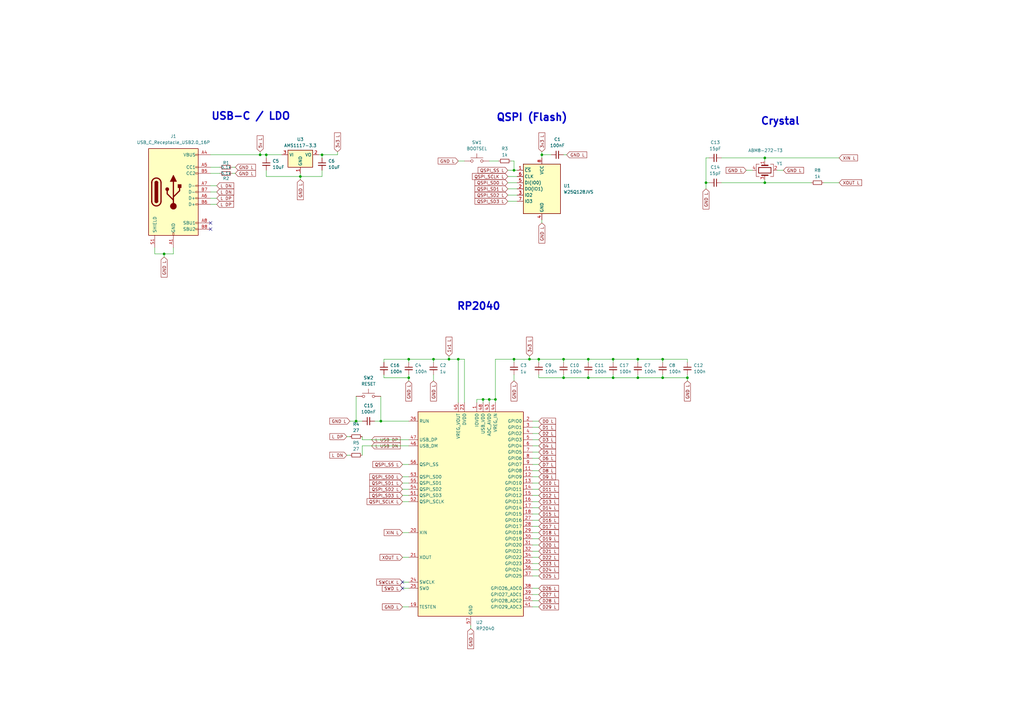
<source format=kicad_sch>
(kicad_sch (version 20250114) (generator "eeschema") (generator_version "9.0")
  (paper "A3")
  (title_block (title "Alpha Centauri") (date "2025-08-17") (rev "v1.0") (company "Jacob Gable"))
  (lib_symbols
    (symbol "Connector:USB_C_Receptacle_USB2.0_16P" (pin_names (offset 1.016))
      (property "Reference" "J" (at 0 22.225 0))
      (property "Value" "USB_C_Receptacle_USB2.0_16P" (at 0 19.685 0))
      (symbol "USB_C_Receptacle_USB2.0_16P_0_0"
        (rectangle (start -0.254 -17.78) (end 0.254 -16.764))
        (rectangle (start 10.16 15.494) (end 9.144 14.986))
        (rectangle (start 10.16 10.414) (end 9.144 9.906))
        (rectangle (start 10.16 7.874) (end 9.144 7.366))
        (rectangle (start 10.16 2.794) (end 9.144 2.286))
        (rectangle (start 10.16 0.254) (end 9.144 -0.254))
        (rectangle (start 10.16 -2.286) (end 9.144 -2.794))
        (rectangle (start 10.16 -4.826) (end 9.144 -5.334))
        (rectangle (start 10.16 -12.446) (end 9.144 -12.954))
        (rectangle (start 10.16 -14.986) (end 9.144 -15.494))
      )
      (symbol "USB_C_Receptacle_USB2.0_16P_0_1"
        (rectangle (start -10.16 17.78) (end 10.16 -17.78) (stroke (width 0.254)) (fill (type background)))
        (polyline (pts (xy -8.89 -3.81) (xy -8.89 3.81)) (stroke (width 0.508)))
        (rectangle (start -7.62 -3.81) (end -6.35 3.81) (stroke (width 0.254)) (fill (type outline)))
        (arc (start -7.62 3.81) (mid -6.985 4.4423) (end -6.35 3.81) (stroke (width 0.254)))
        (arc (start -7.62 3.81) (mid -6.985 4.4423) (end -6.35 3.81) (stroke (width 0.254)) (fill (type outline)))
        (arc (start -8.89 3.81) (mid -6.985 5.7067) (end -5.08 3.81) (stroke (width 0.508)))
        (arc (start -5.08 -3.81) (mid -6.985 -5.7067) (end -8.89 -3.81) (stroke (width 0.508)))
        (arc (start -6.35 -3.81) (mid -6.985 -4.4423) (end -7.62 -3.81) (stroke (width 0.254)))
        (arc (start -6.35 -3.81) (mid -6.985 -4.4423) (end -7.62 -3.81) (stroke (width 0.254)) (fill (type outline)))
        (polyline (pts (xy -5.08 3.81) (xy -5.08 -3.81)) (stroke (width 0.508)))
        (circle (center -2.54 1.143) (radius 0.635) (stroke (width 0.254)) (fill (type outline)))
        (polyline (pts (xy -1.27 4.318) (xy 0 6.858) (xy 1.27 4.318) (xy -1.27 4.318)) (stroke (width 0.254)) (fill (type outline)))
        (polyline (pts (xy 0 -2.032) (xy 2.54 0.508) (xy 2.54 1.778)) (stroke (width 0.508)))
        (polyline (pts (xy 0 -3.302) (xy -2.54 -0.762) (xy -2.54 0.508)) (stroke (width 0.508)))
        (polyline (pts (xy 0 -5.842) (xy 0 4.318)) (stroke (width 0.508)))
        (circle (center 0 -5.842) (radius 1.27) (fill (type outline)))
        (rectangle (start 1.905 1.778) (end 3.175 3.048) (stroke (width 0.254)) (fill (type outline)))
      )
      (symbol "USB_C_Receptacle_USB2.0_16P_1_1"
        (pin passive line (at -7.62 -22.86 90) (length 5.08) (name "SHIELD") (number "S1"))
        (pin passive line (at 0 -22.86 90) (length 5.08) (name "GND") (number "A1"))
        (pin passive line (at 0 -22.86 90) (length 5.08) (hide yes) (name "GND") (number "A12"))
        (pin passive line (at 0 -22.86 90) (length 5.08) (hide yes) (name "GND") (number "B1"))
        (pin passive line (at 0 -22.86 90) (length 5.08) (hide yes) (name "GND") (number "B12"))
        (pin passive line (at 15.24 15.24 180) (length 5.08) (name "VBUS") (number "A4"))
        (pin passive line (at 15.24 15.24 180) (length 5.08) (hide yes) (name "VBUS") (number "A9"))
        (pin passive line (at 15.24 15.24 180) (length 5.08) (hide yes) (name "VBUS") (number "B4"))
        (pin passive line (at 15.24 15.24 180) (length 5.08) (hide yes) (name "VBUS") (number "B9"))
        (pin bidirectional line (at 15.24 10.16 180) (length 5.08) (name "CC1") (number "A5"))
        (pin bidirectional line (at 15.24 7.62 180) (length 5.08) (name "CC2") (number "B5"))
        (pin bidirectional line (at 15.24 2.54 180) (length 5.08) (name "D-") (number "A7"))
        (pin bidirectional line (at 15.24 0 180) (length 5.08) (name "D-") (number "B7"))
        (pin bidirectional line (at 15.24 -2.54 180) (length 5.08) (name "D+") (number "A6"))
        (pin bidirectional line (at 15.24 -5.08 180) (length 5.08) (name "D+") (number "B6"))
        (pin bidirectional line (at 15.24 -12.7 180) (length 5.08) (name "SBU1") (number "A8"))
        (pin bidirectional line (at 15.24 -15.24 180) (length 5.08) (name "SBU2") (number "B8"))
      )
    )
    (symbol "Device:C_Small" (pin_numbers (hide yes)) (pin_names (offset 0.254) (hide yes))
      (property "Reference" "C" (at 0.254 1.778 0))
      (property "Value" "C_Small" (at 0.254 -2.032 0))
      (symbol "C_Small_0_1"
        (polyline (pts (xy -1.524 0.508) (xy 1.524 0.508)) (stroke (width 0.3048)))
        (polyline (pts (xy -1.524 -0.508) (xy 1.524 -0.508)) (stroke (width 0.3302)))
      )
      (symbol "C_Small_1_1"
        (pin passive line (at 0 2.54 270) (length 2.032) (name "~") (number "1"))
        (pin passive line (at 0 -2.54 90) (length 2.032) (name "~") (number "2"))
      )
    )
    (symbol "Device:Crystal_GND24" (pin_names (offset 1.016) (hide yes))
      (property "Reference" "Y" (at 3.175 5.08 0))
      (property "Value" "Crystal_GND24" (at 3.175 3.175 0))
      (symbol "Crystal_GND24_0_1"
        (polyline (pts (xy -2.54 2.286) (xy -2.54 3.556) (xy 2.54 3.556) (xy 2.54 2.286)))
        (polyline (pts (xy -2.54 0) (xy -2.032 0)))
        (polyline (pts (xy -2.54 -2.286) (xy -2.54 -3.556) (xy 2.54 -3.556) (xy 2.54 -2.286)))
        (polyline (pts (xy -2.032 -1.27) (xy -2.032 1.27)) (stroke (width 0.508)))
        (rectangle (start -1.143 2.54) (end 1.143 -2.54) (stroke (width 0.3048)))
        (polyline (pts (xy 0 3.556) (xy 0 3.81)))
        (polyline (pts (xy 0 -3.81) (xy 0 -3.556)))
        (polyline (pts (xy 2.032 0) (xy 2.54 0)))
        (polyline (pts (xy 2.032 -1.27) (xy 2.032 1.27)) (stroke (width 0.508)))
      )
      (symbol "Crystal_GND24_1_1"
        (pin passive line (at -3.81 0 0) (length 1.27) (name "1") (number "1"))
        (pin passive line (at 0 5.08 270) (length 1.27) (name "2") (number "2"))
        (pin passive line (at 0 -5.08 90) (length 1.27) (name "4") (number "4"))
        (pin passive line (at 3.81 0 180) (length 1.27) (name "3") (number "3"))
      )
    )
    (symbol "Device:R_Small" (pin_numbers (hide yes)) (pin_names (offset 0.254) (hide yes))
      (property "Reference" "R" (at 0.762 0.508 0))
      (property "Value" "R_Small" (at 0.762 -1.016 0))
      (symbol "R_Small_0_1"
        (rectangle (start -0.762 1.778) (end 0.762 -1.778) (stroke (width 0.2032)))
      )
      (symbol "R_Small_1_1"
        (pin passive line (at 0 2.54 270) (length 0.762) (name "~") (number "1"))
        (pin passive line (at 0 -2.54 90) (length 0.762) (name "~") (number "2"))
      )
    )
    (symbol "MCU_RaspberryPi:RP2040"
      (property "Reference" "U" (at 17.78 45.72 0))
      (property "Value" "RP2040" (at 17.78 43.18 0))
      (symbol "RP2040_0_1"
        (rectangle (start -21.59 41.91) (end 21.59 -41.91) (stroke (width 0.254)) (fill (type background)))
      )
      (symbol "RP2040_1_1"
        (pin input line (at -25.4 38.1 0) (length 3.81) (name "RUN") (number "26"))
        (pin bidirectional line (at -25.4 30.48 0) (length 3.81) (name "USB_DP") (number "47"))
        (pin bidirectional line (at -25.4 27.94 0) (length 3.81) (name "USB_DM") (number "46"))
        (pin bidirectional line (at -25.4 20.32 0) (length 3.81) (name "QSPI_SS") (number "56"))
        (pin bidirectional line (at -25.4 15.24 0) (length 3.81) (name "QSPI_SD0") (number "53"))
        (pin bidirectional line (at -25.4 12.7 0) (length 3.81) (name "QSPI_SD1") (number "55"))
        (pin bidirectional line (at -25.4 10.16 0) (length 3.81) (name "QSPI_SD2") (number "54"))
        (pin bidirectional line (at -25.4 7.62 0) (length 3.81) (name "QSPI_SD3") (number "51"))
        (pin output line (at -25.4 5.08 0) (length 3.81) (name "QSPI_SCLK") (number "52"))
        (pin input line (at -25.4 -7.62 0) (length 3.81) (name "XIN") (number "20"))
        (pin passive line (at -25.4 -17.78 0) (length 3.81) (name "XOUT") (number "21"))
        (pin input line (at -25.4 -27.94 0) (length 3.81) (name "SWCLK") (number "24"))
        (pin bidirectional line (at -25.4 -30.48 0) (length 3.81) (name "SWD") (number "25"))
        (pin input line (at -25.4 -38.1 0) (length 3.81) (name "TESTEN") (number "19"))
        (pin power_out line (at -5.08 45.72 270) (length 3.81) (name "VREG_VOUT") (number "45"))
        (pin power_in line (at -2.54 45.72 270) (length 3.81) (name "DVDD") (number "23"))
        (pin passive line (at -2.54 45.72 270) (length 3.81) (hide yes) (name "DVDD") (number "50"))
        (pin power_in line (at 0 -45.72 90) (length 3.81) (name "GND") (number "57"))
        (pin power_in line (at 2.54 45.72 270) (length 3.81) (name "IOVDD") (number "1"))
        (pin passive line (at 2.54 45.72 270) (length 3.81) (hide yes) (name "IOVDD") (number "10"))
        (pin passive line (at 2.54 45.72 270) (length 3.81) (hide yes) (name "IOVDD") (number "22"))
        (pin passive line (at 2.54 45.72 270) (length 3.81) (hide yes) (name "IOVDD") (number "33"))
        (pin passive line (at 2.54 45.72 270) (length 3.81) (hide yes) (name "IOVDD") (number "42"))
        (pin passive line (at 2.54 45.72 270) (length 3.81) (hide yes) (name "IOVDD") (number "49"))
        (pin power_in line (at 5.08 45.72 270) (length 3.81) (name "USB_VDD") (number "48"))
        (pin power_in line (at 7.62 45.72 270) (length 3.81) (name "ADC_AVDD") (number "43"))
        (pin power_in line (at 10.16 45.72 270) (length 3.81) (name "VREG_IN") (number "44"))
        (pin bidirectional line (at 25.4 38.1 180) (length 3.81) (name "GPIO0") (number "2"))
        (pin bidirectional line (at 25.4 35.56 180) (length 3.81) (name "GPIO1") (number "3"))
        (pin bidirectional line (at 25.4 33.02 180) (length 3.81) (name "GPIO2") (number "4"))
        (pin bidirectional line (at 25.4 30.48 180) (length 3.81) (name "GPIO3") (number "5"))
        (pin bidirectional line (at 25.4 27.94 180) (length 3.81) (name "GPIO4") (number "6"))
        (pin bidirectional line (at 25.4 25.4 180) (length 3.81) (name "GPIO5") (number "7"))
        (pin bidirectional line (at 25.4 22.86 180) (length 3.81) (name "GPIO6") (number "8"))
        (pin bidirectional line (at 25.4 20.32 180) (length 3.81) (name "GPIO7") (number "9"))
        (pin bidirectional line (at 25.4 17.78 180) (length 3.81) (name "GPIO8") (number "11"))
        (pin bidirectional line (at 25.4 15.24 180) (length 3.81) (name "GPIO9") (number "12"))
        (pin bidirectional line (at 25.4 12.7 180) (length 3.81) (name "GPIO10") (number "13"))
        (pin bidirectional line (at 25.4 10.16 180) (length 3.81) (name "GPIO11") (number "14"))
        (pin bidirectional line (at 25.4 7.62 180) (length 3.81) (name "GPIO12") (number "15"))
        (pin bidirectional line (at 25.4 5.08 180) (length 3.81) (name "GPIO13") (number "16"))
        (pin bidirectional line (at 25.4 2.54 180) (length 3.81) (name "GPIO14") (number "17"))
        (pin bidirectional line (at 25.4 0 180) (length 3.81) (name "GPIO15") (number "18"))
        (pin bidirectional line (at 25.4 -2.54 180) (length 3.81) (name "GPIO16") (number "27"))
        (pin bidirectional line (at 25.4 -5.08 180) (length 3.81) (name "GPIO17") (number "28"))
        (pin bidirectional line (at 25.4 -7.62 180) (length 3.81) (name "GPIO18") (number "29"))
        (pin bidirectional line (at 25.4 -10.16 180) (length 3.81) (name "GPIO19") (number "30"))
        (pin bidirectional line (at 25.4 -12.7 180) (length 3.81) (name "GPIO20") (number "31"))
        (pin bidirectional line (at 25.4 -15.24 180) (length 3.81) (name "GPIO21") (number "32"))
        (pin bidirectional line (at 25.4 -17.78 180) (length 3.81) (name "GPIO22") (number "34"))
        (pin bidirectional line (at 25.4 -20.32 180) (length 3.81) (name "GPIO23") (number "35"))
        (pin bidirectional line (at 25.4 -22.86 180) (length 3.81) (name "GPIO24") (number "36"))
        (pin bidirectional line (at 25.4 -25.4 180) (length 3.81) (name "GPIO25") (number "37"))
        (pin bidirectional line (at 25.4 -30.48 180) (length 3.81) (name "GPIO26_ADC0") (number "38"))
        (pin bidirectional line (at 25.4 -33.02 180) (length 3.81) (name "GPIO27_ADC1") (number "39"))
        (pin bidirectional line (at 25.4 -35.56 180) (length 3.81) (name "GPIO28_ADC2") (number "40"))
        (pin bidirectional line (at 25.4 -38.1 180) (length 3.81) (name "GPIO29_ADC3") (number "41"))
      )
    )
    (symbol "Memory_Flash:W25Q128JVS"
      (property "Reference" "U" (at -8.89 8.89 0))
      (property "Value" "W25Q128JVS" (at 7.62 8.89 0))
      (symbol "W25Q128JVS_0_1"
        (rectangle (start -7.62 10.16) (end 7.62 -10.16) (stroke (width 0.254)) (fill (type background)))
      )
      (symbol "W25Q128JVS_1_1"
        (pin input line (at -10.16 7.62 0) (length 2.54) (name "~{CS}") (number "1"))
        (pin input line (at -10.16 5.08 0) (length 2.54) (name "CLK") (number "6"))
        (pin bidirectional line (at -10.16 2.54 0) (length 2.54) (name "DI(IO0)") (number "5"))
        (pin bidirectional line (at -10.16 0 0) (length 2.54) (name "DO(IO1)") (number "2"))
        (pin bidirectional line (at -10.16 -2.54 0) (length 2.54) (name "IO2") (number "3"))
        (pin bidirectional line (at -10.16 -5.08 0) (length 2.54) (name "IO3") (number "7"))
        (pin power_in line (at 0 12.7 270) (length 2.54) (name "VCC") (number "8"))
        (pin power_in line (at 0 -12.7 90) (length 2.54) (name "GND") (number "4"))
      )
    )
    (symbol "Regulator_Linear:AMS1117-3.3"
      (property "Reference" "U" (at -3.81 3.175 0))
      (property "Value" "AMS1117-3.3" (at 0 3.175 0))
      (symbol "AMS1117-3.3_0_1"
        (rectangle (start -5.08 -5.08) (end 5.08 1.905) (stroke (width 0.254)) (fill (type background)))
      )
      (symbol "AMS1117-3.3_1_1"
        (pin power_in line (at -7.62 0 0) (length 2.54) (name "VI") (number "3"))
        (pin power_in line (at 0 -7.62 90) (length 2.54) (name "GND") (number "1"))
        (pin power_out line (at 7.62 0 180) (length 2.54) (name "VO") (number "2"))
      )
    )
    (symbol "ScottoKeebs:Placeholder_Switch" (pin_numbers (hide yes)) (pin_names (offset 1.016) (hide yes))
      (property "Reference" "SW" (at 1.27 2.54 0))
      (property "Value" "Switch" (at 0 -1.524 0))
      (symbol "Placeholder_Switch_0_1"
        (circle (center -2.032 0) (radius 0.508))
        (polyline (pts (xy 0 1.27) (xy 0 3.048)))
        (circle (center 2.032 0) (radius 0.508))
        (polyline (pts (xy 2.54 1.27) (xy -2.54 1.27)))
        (pin passive line (at -5.08 0 0) (length 2.54) (name "1") (number "1"))
        (pin passive line (at 5.08 0 180) (length 2.54) (name "2") (number "2"))
      )
    )
  )
  (text "RP2040" (at 196.342 125.73 0) (effects (font (size 3 3) (thickness 0.6) (bold yes))))
  (text "QSPI (Flash)" (at 218.186 48.26 0) (effects (font (size 3 3) (thickness 0.6) (bold yes))))
  (text "USB-C / LDO" (at 102.87 47.752 0) (effects (font (size 3 3) (thickness 0.6) (bold yes))))
  (text "Crystal" (at 320.04 49.784 0) (effects (font (size 3 3) (thickness 0.6) (bold yes))))
  (junction (at 156.21 172.72))
  (junction (at 271.78 147.32))
  (junction (at 231.14 154.94))
  (junction (at 67.31 104.14))
  (junction (at 251.46 154.94))
  (junction (at 281.94 154.94))
  (junction (at 132.08 63.5))
  (junction (at 313.69 74.93))
  (junction (at 210.82 69.85))
  (junction (at 231.14 147.32))
  (junction (at 123.19 72.39))
  (junction (at 198.12 163.83))
  (junction (at 106.68 63.5))
  (junction (at 217.17 147.32))
  (junction (at 251.46 147.32))
  (junction (at 203.2 163.83))
  (junction (at 167.64 147.32))
  (junction (at 146.05 172.72))
  (junction (at 289.56 74.93))
  (junction (at 187.96 147.32))
  (junction (at 313.69 64.77))
  (junction (at 241.3 154.94))
  (junction (at 210.82 147.32))
  (junction (at 271.78 154.94))
  (junction (at 220.98 147.32))
  (junction (at 184.15 147.32))
  (junction (at 261.62 147.32))
  (junction (at 222.25 63.5))
  (junction (at 167.64 154.94))
  (junction (at 109.22 63.5))
  (junction (at 261.62 154.94))
  (junction (at 200.66 163.83))
  (junction (at 241.3 147.32))
  (junction (at 177.8 147.32))
  (no_connect (at 86.36 93.98))
  (no_connect (at 86.36 91.44))
  (no_connect (at 165.1 241.3))
  (no_connect (at 165.1 238.76))
  (wire (pts (xy 220.98 147.32) (xy 217.17 147.32)))
  (wire (pts (xy 86.36 63.5) (xy 106.68 63.5)))
  (wire (pts (xy 109.22 63.5) (xy 115.57 63.5)))
  (wire (pts (xy 220.98 243.84) (xy 218.44 243.84)))
  (wire (pts (xy 156.21 162.56) (xy 156.21 172.72)))
  (wire (pts (xy 220.98 180.34) (xy 218.44 180.34)))
  (wire (pts (xy 313.69 74.93) (xy 332.74 74.93)))
  (wire (pts (xy 187.96 147.32) (xy 190.5 147.32)))
  (wire (pts (xy 220.98 153.67) (xy 220.98 154.94)))
  (wire (pts (xy 217.17 146.05) (xy 217.17 147.32)))
  (wire (pts (xy 165.1 238.76) (xy 167.64 238.76)))
  (wire (pts (xy 220.98 177.8) (xy 218.44 177.8)))
  (wire (pts (xy 220.98 195.58) (xy 218.44 195.58)))
  (wire (pts (xy 195.58 163.83) (xy 195.58 165.1)))
  (wire (pts (xy 281.94 148.59) (xy 281.94 147.32)))
  (wire (pts (xy 313.69 64.77) (xy 344.17 64.77)))
  (wire (pts (xy 198.12 163.83) (xy 195.58 163.83)))
  (wire (pts (xy 208.28 74.93) (xy 212.09 74.93)))
  (wire (pts (xy 130.81 63.5) (xy 132.08 63.5)))
  (wire (pts (xy 88.9 81.28) (xy 86.36 81.28)))
  (wire (pts (xy 109.22 72.39) (xy 123.19 72.39)))
  (wire (pts (xy 210.82 147.32) (xy 203.2 147.32)))
  (wire (pts (xy 165.1 195.58) (xy 167.64 195.58)))
  (wire (pts (xy 220.98 172.72) (xy 218.44 172.72)))
  (wire (pts (xy 231.14 153.67) (xy 231.14 154.94)))
  (wire (pts (xy 143.51 186.69) (xy 142.24 186.69)))
  (wire (pts (xy 313.69 64.77) (xy 313.69 66.04)))
  (wire (pts (xy 156.21 172.72) (xy 167.64 172.72)))
  (wire (pts (xy 231.14 147.32) (xy 231.14 148.59)))
  (wire (pts (xy 88.9 76.2) (xy 86.36 76.2)))
  (wire (pts (xy 210.82 153.67) (xy 210.82 156.21)))
  (wire (pts (xy 71.12 101.6) (xy 71.12 104.14)))
  (wire (pts (xy 165.1 228.6) (xy 167.64 228.6)))
  (wire (pts (xy 220.98 218.44) (xy 218.44 218.44)))
  (wire (pts (xy 220.98 193.04) (xy 218.44 193.04)))
  (wire (pts (xy 220.98 220.98) (xy 218.44 220.98)))
  (wire (pts (xy 123.19 73.66) (xy 123.19 72.39)))
  (wire (pts (xy 157.48 154.94) (xy 167.64 154.94)))
  (wire (pts (xy 261.62 147.32) (xy 261.62 148.59)))
  (wire (pts (xy 200.66 163.83) (xy 198.12 163.83)))
  (wire (pts (xy 271.78 147.32) (xy 271.78 148.59)))
  (wire (pts (xy 95.25 68.58) (xy 96.52 68.58)))
  (wire (pts (xy 295.91 64.77) (xy 313.69 64.77)))
  (wire (pts (xy 220.98 147.32) (xy 220.98 148.59)))
  (wire (pts (xy 220.98 198.12) (xy 218.44 198.12)))
  (wire (pts (xy 251.46 154.94) (xy 241.3 154.94)))
  (wire (pts (xy 251.46 147.32) (xy 241.3 147.32)))
  (wire (pts (xy 241.3 147.32) (xy 231.14 147.32)))
  (wire (pts (xy 71.12 104.14) (xy 67.31 104.14)))
  (wire (pts (xy 220.98 200.66) (xy 218.44 200.66)))
  (wire (pts (xy 203.2 147.32) (xy 203.2 163.83)))
  (wire (pts (xy 241.3 153.67) (xy 241.3 154.94)))
  (wire (pts (xy 241.3 154.94) (xy 231.14 154.94)))
  (wire (pts (xy 271.78 153.67) (xy 271.78 154.94)))
  (wire (pts (xy 165.1 200.66) (xy 167.64 200.66)))
  (wire (pts (xy 187.96 147.32) (xy 187.96 165.1)))
  (wire (pts (xy 142.24 179.07) (xy 143.51 179.07)))
  (wire (pts (xy 109.22 69.85) (xy 109.22 72.39)))
  (wire (pts (xy 295.91 74.93) (xy 313.69 74.93)))
  (wire (pts (xy 281.94 153.67) (xy 281.94 154.94)))
  (wire (pts (xy 208.28 72.39) (xy 212.09 72.39)))
  (wire (pts (xy 167.64 154.94) (xy 167.64 156.21)))
  (wire (pts (xy 222.25 62.23) (xy 222.25 63.5)))
  (wire (pts (xy 289.56 74.93) (xy 289.56 77.47)))
  (wire (pts (xy 123.19 71.12) (xy 123.19 72.39)))
  (wire (pts (xy 220.98 226.06) (xy 218.44 226.06)))
  (wire (pts (xy 132.08 69.85) (xy 132.08 72.39)))
  (wire (pts (xy 220.98 241.3) (xy 218.44 241.3)))
  (wire (pts (xy 106.68 63.5) (xy 109.22 63.5)))
  (wire (pts (xy 95.25 71.12) (xy 96.52 71.12)))
  (wire (pts (xy 167.64 147.32) (xy 167.64 148.59)))
  (wire (pts (xy 165.1 198.12) (xy 167.64 198.12)))
  (wire (pts (xy 132.08 63.5) (xy 132.08 64.77)))
  (wire (pts (xy 148.59 180.34) (xy 148.59 179.07)))
  (wire (pts (xy 251.46 153.67) (xy 251.46 154.94)))
  (wire (pts (xy 208.28 69.85) (xy 210.82 69.85)))
  (wire (pts (xy 67.31 104.14) (xy 63.5 104.14)))
  (wire (pts (xy 220.98 208.28) (xy 218.44 208.28)))
  (wire (pts (xy 109.22 64.77) (xy 109.22 63.5)))
  (wire (pts (xy 261.62 153.67) (xy 261.62 154.94)))
  (wire (pts (xy 148.59 182.88) (xy 167.64 182.88)))
  (wire (pts (xy 146.05 172.72) (xy 148.59 172.72)))
  (wire (pts (xy 177.8 147.32) (xy 184.15 147.32)))
  (wire (pts (xy 313.69 73.66) (xy 313.69 74.93)))
  (wire (pts (xy 88.9 78.74) (xy 86.36 78.74)))
  (wire (pts (xy 271.78 154.94) (xy 261.62 154.94)))
  (wire (pts (xy 132.08 63.5) (xy 138.43 63.5)))
  (wire (pts (xy 86.36 68.58) (xy 90.17 68.58)))
  (wire (pts (xy 220.98 233.68) (xy 218.44 233.68)))
  (wire (pts (xy 153.67 172.72) (xy 156.21 172.72)))
  (wire (pts (xy 306.07 69.85) (xy 308.61 69.85)))
  (wire (pts (xy 177.8 147.32) (xy 177.8 148.59)))
  (wire (pts (xy 241.3 147.32) (xy 241.3 148.59)))
  (wire (pts (xy 220.98 248.92) (xy 218.44 248.92)))
  (wire (pts (xy 63.5 101.6) (xy 63.5 104.14)))
  (wire (pts (xy 289.56 74.93) (xy 290.83 74.93)))
  (wire (pts (xy 190.5 147.32) (xy 190.5 165.1)))
  (wire (pts (xy 220.98 187.96) (xy 218.44 187.96)))
  (wire (pts (xy 165.1 203.2) (xy 167.64 203.2)))
  (wire (pts (xy 231.14 154.94) (xy 220.98 154.94)))
  (wire (pts (xy 220.98 203.2) (xy 218.44 203.2)))
  (wire (pts (xy 88.9 83.82) (xy 86.36 83.82)))
  (wire (pts (xy 281.94 147.32) (xy 271.78 147.32)))
  (wire (pts (xy 184.15 146.05) (xy 184.15 147.32)))
  (wire (pts (xy 261.62 154.94) (xy 251.46 154.94)))
  (wire (pts (xy 187.96 66.04) (xy 190.5 66.04)))
  (wire (pts (xy 67.31 105.41) (xy 67.31 104.14)))
  (wire (pts (xy 217.17 147.32) (xy 210.82 147.32)))
  (wire (pts (xy 165.1 248.92) (xy 167.64 248.92)))
  (wire (pts (xy 222.25 91.44) (xy 222.25 90.17)))
  (wire (pts (xy 289.56 64.77) (xy 289.56 74.93)))
  (wire (pts (xy 290.83 64.77) (xy 289.56 64.77)))
  (wire (pts (xy 222.25 63.5) (xy 226.06 63.5)))
  (wire (pts (xy 220.98 231.14) (xy 218.44 231.14)))
  (wire (pts (xy 220.98 228.6) (xy 218.44 228.6)))
  (wire (pts (xy 210.82 69.85) (xy 212.09 69.85)))
  (wire (pts (xy 220.98 236.22) (xy 218.44 236.22)))
  (wire (pts (xy 167.64 154.94) (xy 167.64 153.67)))
  (wire (pts (xy 210.82 147.32) (xy 210.82 148.59)))
  (wire (pts (xy 148.59 180.34) (xy 167.64 180.34)))
  (wire (pts (xy 165.1 218.44) (xy 167.64 218.44)))
  (wire (pts (xy 220.98 213.36) (xy 218.44 213.36)))
  (wire (pts (xy 208.28 77.47) (xy 212.09 77.47)))
  (wire (pts (xy 251.46 147.32) (xy 251.46 148.59)))
  (wire (pts (xy 318.77 69.85) (xy 321.31 69.85)))
  (wire (pts (xy 200.66 163.83) (xy 200.66 165.1)))
  (wire (pts (xy 209.55 66.04) (xy 210.82 66.04)))
  (wire (pts (xy 184.15 147.32) (xy 187.96 147.32)))
  (wire (pts (xy 138.43 62.23) (xy 138.43 63.5)))
  (wire (pts (xy 220.98 175.26) (xy 218.44 175.26)))
  (wire (pts (xy 198.12 163.83) (xy 198.12 165.1)))
  (wire (pts (xy 177.8 153.67) (xy 177.8 156.21)))
  (wire (pts (xy 281.94 154.94) (xy 271.78 154.94)))
  (wire (pts (xy 220.98 190.5) (xy 218.44 190.5)))
  (wire (pts (xy 165.1 241.3) (xy 167.64 241.3)))
  (wire (pts (xy 203.2 163.83) (xy 203.2 165.1)))
  (wire (pts (xy 281.94 154.94) (xy 281.94 156.21)))
  (wire (pts (xy 208.28 82.55) (xy 212.09 82.55)))
  (wire (pts (xy 222.25 63.5) (xy 222.25 64.77)))
  (wire (pts (xy 220.98 246.38) (xy 218.44 246.38)))
  (wire (pts (xy 203.2 163.83) (xy 200.66 163.83)))
  (wire (pts (xy 157.48 148.59) (xy 157.48 147.32)))
  (wire (pts (xy 220.98 182.88) (xy 218.44 182.88)))
  (wire (pts (xy 123.19 72.39) (xy 132.08 72.39)))
  (wire (pts (xy 210.82 66.04) (xy 210.82 69.85)))
  (wire (pts (xy 143.51 172.72) (xy 146.05 172.72)))
  (wire (pts (xy 261.62 147.32) (xy 251.46 147.32)))
  (wire (pts (xy 157.48 147.32) (xy 167.64 147.32)))
  (wire (pts (xy 220.98 210.82) (xy 218.44 210.82)))
  (wire (pts (xy 148.59 182.88) (xy 148.59 186.69)))
  (wire (pts (xy 165.1 190.5) (xy 167.64 190.5)))
  (wire (pts (xy 220.98 185.42) (xy 218.44 185.42)))
  (wire (pts (xy 146.05 162.56) (xy 146.05 172.72)))
  (wire (pts (xy 337.82 74.93) (xy 344.17 74.93)))
  (wire (pts (xy 231.14 63.5) (xy 232.41 63.5)))
  (wire (pts (xy 208.28 80.01) (xy 212.09 80.01)))
  (wire (pts (xy 86.36 71.12) (xy 90.17 71.12)))
  (wire (pts (xy 165.1 205.74) (xy 167.64 205.74)))
  (wire (pts (xy 271.78 147.32) (xy 261.62 147.32)))
  (wire (pts (xy 193.04 256.54) (xy 193.04 257.81)))
  (wire (pts (xy 200.66 66.04) (xy 204.47 66.04)))
  (wire (pts (xy 220.98 215.9) (xy 218.44 215.9)))
  (wire (pts (xy 167.64 147.32) (xy 177.8 147.32)))
  (wire (pts (xy 106.68 62.23) (xy 106.68 63.5)))
  (wire (pts (xy 157.48 153.67) (xy 157.48 154.94)))
  (wire (pts (xy 231.14 147.32) (xy 220.98 147.32)))
  (wire (pts (xy 220.98 205.74) (xy 218.44 205.74)))
  (wire (pts (xy 220.98 223.52) (xy 218.44 223.52)))
  (global_label "D5 L" (shape input) (at 220.98 185.42 0) (effects (font (thickness 0.1588))) (property "Intersheetrefs" "${INTERSHEET_REFS}" (effects (hide yes))))
  (global_label "D0 L" (shape input) (at 220.98 172.72 0) (effects (font (thickness 0.1588))) (property "Intersheetrefs" "${INTERSHEET_REFS}" (effects (hide yes))))
  (global_label "D6 L" (shape input) (at 220.98 187.96 0) (effects (font (thickness 0.1588))) (property "Intersheetrefs" "${INTERSHEET_REFS}" (effects (hide yes))))
  (global_label "GND L" (shape input) (at 96.52 68.58 0) (property "Intersheetrefs" "${INTERSHEET_REFS}" (effects (hide yes))))
  (global_label "XIN L" (shape input) (at 165.1 218.44 180) (effects (font (thickness 0.1588))) (property "Intersheetrefs" "${INTERSHEET_REFS}" (effects (hide yes))))
  (global_label "D25 L" (shape input) (at 220.98 236.22 0) (effects (font (thickness 0.1588))) (property "Intersheetrefs" "${INTERSHEET_REFS}" (effects (hide yes))))
  (global_label "D12 L" (shape input) (at 220.98 203.2 0) (effects (font (thickness 0.1588))) (property "Intersheetrefs" "${INTERSHEET_REFS}" (effects (hide yes))))
  (global_label "GND L" (shape input) (at 123.19 73.66 270) (property "Intersheetrefs" "${INTERSHEET_REFS}" (effects (hide yes))))
  (global_label "L DP" (shape input) (at 88.9 83.82 0) (property "Intersheetrefs" "${INTERSHEET_REFS}" (effects (hide yes))))
  (global_label "QSPI_SD2 L" (shape input) (at 208.28 80.01 180) (property "Intersheetrefs" "${INTERSHEET_REFS}" (effects (hide yes))))
  (global_label "D23 L" (shape input) (at 220.98 231.14 0) (effects (font (thickness 0.1588))) (property "Intersheetrefs" "${INTERSHEET_REFS}" (effects (hide yes))))
  (global_label "GND L" (shape input) (at 222.25 91.44 270) (property "Intersheetrefs" "${INTERSHEET_REFS}" (effects (hide yes))))
  (global_label "D7 L" (shape input) (at 220.98 190.5 0) (effects (font (thickness 0.1588))) (property "Intersheetrefs" "${INTERSHEET_REFS}" (effects (hide yes))))
  (global_label "D26 L" (shape input) (at 220.98 241.3 0) (effects (font (thickness 0.1588))) (property "Intersheetrefs" "${INTERSHEET_REFS}" (effects (hide yes))))
  (global_label "GND L" (shape input) (at 177.8 156.21 270) (effects (font (thickness 0.1588))) (property "Intersheetrefs" "${INTERSHEET_REFS}" (effects (hide yes))))
  (global_label "QSPI_SCLK L" (shape input) (at 208.28 72.39 180) (property "Intersheetrefs" "${INTERSHEET_REFS}" (effects (hide yes))))
  (global_label "QSPI_SD1 L" (shape input) (at 208.28 77.47 180) (property "Intersheetrefs" "${INTERSHEET_REFS}" (effects (hide yes))))
  (global_label "GND L" (shape input) (at 289.56 77.47 270) (effects (font (thickness 0.1588))) (property "Intersheetrefs" "${INTERSHEET_REFS}" (effects (hide yes))))
  (global_label "GND L" (shape input) (at 281.94 156.21 270) (effects (font (thickness 0.1588))) (property "Intersheetrefs" "${INTERSHEET_REFS}" (effects (hide yes))))
  (global_label "SWCLK L" (shape input) (at 165.1 238.76 180) (effects (font (thickness 0.1588))) (property "Intersheetrefs" "${INTERSHEET_REFS}" (effects (hide yes))))
  (global_label "QSPI_SD0 L" (shape input) (at 208.28 74.93 180) (property "Intersheetrefs" "${INTERSHEET_REFS}" (effects (hide yes))))
  (global_label "D18 L" (shape input) (at 220.98 218.44 0) (effects (font (thickness 0.1588))) (property "Intersheetrefs" "${INTERSHEET_REFS}" (effects (hide yes))))
  (global_label "QSPI_SS L" (shape input) (at 165.1 190.5 180) (property "Intersheetrefs" "${INTERSHEET_REFS}" (effects (hide yes))))
  (global_label "D28 L" (shape input) (at 220.98 246.38 0) (effects (font (thickness 0.1588))) (property "Intersheetrefs" "${INTERSHEET_REFS}" (effects (hide yes))))
  (global_label "L USB DP" (shape input) (at 152.4 180.34 0) (property "Intersheetrefs" "${INTERSHEET_REFS}" (effects (hide yes))))
  (global_label "GND L" (shape input) (at 306.07 69.85 180) (effects (font (thickness 0.1588))) (property "Intersheetrefs" "${INTERSHEET_REFS}" (effects (hide yes))))
  (global_label "SWD L" (shape input) (at 165.1 241.3 180) (effects (font (thickness 0.1588))) (property "Intersheetrefs" "${INTERSHEET_REFS}" (effects (hide yes))))
  (global_label "GND L" (shape input) (at 193.04 257.81 270) (effects (font (thickness 0.1588))) (property "Intersheetrefs" "${INTERSHEET_REFS}" (effects (hide yes))))
  (global_label "QSPI_SCLK L" (shape input) (at 165.1 205.74 180) (property "Intersheetrefs" "${INTERSHEET_REFS}" (effects (hide yes))))
  (global_label "D24 L" (shape input) (at 220.98 233.68 0) (effects (font (thickness 0.1588))) (property "Intersheetrefs" "${INTERSHEET_REFS}" (effects (hide yes))))
  (global_label "D20 L" (shape input) (at 220.98 223.52 0) (effects (font (thickness 0.1588))) (property "Intersheetrefs" "${INTERSHEET_REFS}" (effects (hide yes))))
  (global_label "GND L" (shape input) (at 165.1 248.92 180) (effects (font (thickness 0.1588))) (property "Intersheetrefs" "${INTERSHEET_REFS}" (effects (hide yes))))
  (global_label "XIN L" (shape input) (at 344.17 64.77 0) (effects (font (thickness 0.1588))) (property "Intersheetrefs" "${INTERSHEET_REFS}" (effects (hide yes))))
  (global_label "D29 L" (shape input) (at 220.98 248.92 0) (effects (font (thickness 0.1588))) (property "Intersheetrefs" "${INTERSHEET_REFS}" (effects (hide yes))))
  (global_label "D2 L" (shape input) (at 220.98 177.8 0) (effects (font (thickness 0.1588))) (property "Intersheetrefs" "${INTERSHEET_REFS}" (effects (hide yes))))
  (global_label "QSPI_SS L" (shape input) (at 208.28 69.85 180) (property "Intersheetrefs" "${INTERSHEET_REFS}" (effects (hide yes))))
  (global_label "L DP" (shape input) (at 142.24 179.07 180) (property "Intersheetrefs" "${INTERSHEET_REFS}" (effects (hide yes))))
  (global_label "QSPI_SD3 L" (shape input) (at 208.28 82.55 180) (property "Intersheetrefs" "${INTERSHEET_REFS}" (effects (hide yes))))
  (global_label "L DN" (shape input) (at 142.24 186.69 180) (property "Intersheetrefs" "${INTERSHEET_REFS}" (effects (hide yes))))
  (global_label "QSPI_SD3 L" (shape input) (at 165.1 203.2 180) (property "Intersheetrefs" "${INTERSHEET_REFS}" (effects (hide yes))))
  (global_label "5v L" (shape input) (at 106.68 62.23 90) (property "Intersheetrefs" "${INTERSHEET_REFS}" (effects (hide yes))))
  (global_label "D1 L" (shape input) (at 220.98 175.26 0) (effects (font (thickness 0.1588))) (property "Intersheetrefs" "${INTERSHEET_REFS}" (effects (hide yes))))
  (global_label "D27 L" (shape input) (at 220.98 243.84 0) (effects (font (thickness 0.1588))) (property "Intersheetrefs" "${INTERSHEET_REFS}" (effects (hide yes))))
  (global_label "D15 L" (shape input) (at 220.98 210.82 0) (effects (font (thickness 0.1588))) (property "Intersheetrefs" "${INTERSHEET_REFS}" (effects (hide yes))))
  (global_label "GND L" (shape input) (at 67.31 105.41 270) (property "Intersheetrefs" "${INTERSHEET_REFS}" (effects (hide yes))))
  (global_label "L USB DN" (shape input) (at 152.4 182.88 0) (property "Intersheetrefs" "${INTERSHEET_REFS}" (effects (hide yes))))
  (global_label "3v3 L" (shape input) (at 138.43 62.23 90) (property "Intersheetrefs" "${INTERSHEET_REFS}" (effects (hide yes))))
  (global_label "L DN" (shape input) (at 88.9 78.74 0) (property "Intersheetrefs" "${INTERSHEET_REFS}" (effects (hide yes))))
  (global_label "D21 L" (shape input) (at 220.98 226.06 0) (effects (font (thickness 0.1588))) (property "Intersheetrefs" "${INTERSHEET_REFS}" (effects (hide yes))))
  (global_label "D3 L" (shape input) (at 220.98 180.34 0) (effects (font (thickness 0.1588))) (property "Intersheetrefs" "${INTERSHEET_REFS}" (effects (hide yes))))
  (global_label "GND L" (shape input) (at 143.51 172.72 180) (effects (font (thickness 0.1588))) (property "Intersheetrefs" "${INTERSHEET_REFS}" (effects (hide yes))))
  (global_label "GND L" (shape input) (at 232.41 63.5 0) (property "Intersheetrefs" "${INTERSHEET_REFS}" (effects (hide yes))))
  (global_label "D14 L" (shape input) (at 220.98 208.28 0) (effects (font (thickness 0.1588))) (property "Intersheetrefs" "${INTERSHEET_REFS}" (effects (hide yes))))
  (global_label "D22 L" (shape input) (at 220.98 228.6 0) (effects (font (thickness 0.1588))) (property "Intersheetrefs" "${INTERSHEET_REFS}" (effects (hide yes))))
  (global_label "XOUT L" (shape input) (at 165.1 228.6 180) (effects (font (thickness 0.1588))) (property "Intersheetrefs" "${INTERSHEET_REFS}" (effects (hide yes))))
  (global_label "D13 L" (shape input) (at 220.98 205.74 0) (effects (font (thickness 0.1588))) (property "Intersheetrefs" "${INTERSHEET_REFS}" (effects (hide yes))))
  (global_label "D16 L" (shape input) (at 220.98 213.36 0) (effects (font (thickness 0.1588))) (property "Intersheetrefs" "${INTERSHEET_REFS}" (effects (hide yes))))
  (global_label "QSPI_SD0 L" (shape input) (at 165.1 195.58 180) (property "Intersheetrefs" "${INTERSHEET_REFS}" (effects (hide yes))))
  (global_label "D9 L" (shape input) (at 220.98 195.58 0) (effects (font (thickness 0.1588))) (property "Intersheetrefs" "${INTERSHEET_REFS}" (effects (hide yes))))
  (global_label "GND L" (shape input) (at 187.96 66.04 180) (property "Intersheetrefs" "${INTERSHEET_REFS}" (effects (hide yes))))
  (global_label "GND L" (shape input) (at 167.64 156.21 270) (effects (font (thickness 0.1588))) (property "Intersheetrefs" "${INTERSHEET_REFS}" (effects (hide yes))))
  (global_label "3v3 L" (shape input) (at 217.17 146.05 90) (effects (font (thickness 0.1588))) (property "Intersheetrefs" "${INTERSHEET_REFS}" (effects (hide yes))))
  (global_label "L DP" (shape input) (at 88.9 81.28 0) (property "Intersheetrefs" "${INTERSHEET_REFS}" (effects (hide yes))))
  (global_label "D19 L" (shape input) (at 220.98 220.98 0) (effects (font (thickness 0.1588))) (property "Intersheetrefs" "${INTERSHEET_REFS}" (effects (hide yes))))
  (global_label "GND L" (shape input) (at 96.52 71.12 0) (property "Intersheetrefs" "${INTERSHEET_REFS}" (effects (hide yes))))
  (global_label "1v1 L" (shape input) (at 184.15 146.05 90) (effects (font (thickness 0.1588))) (property "Intersheetrefs" "${INTERSHEET_REFS}" (effects (hide yes))))
  (global_label "3v3 L" (shape input) (at 222.25 62.23 90) (property "Intersheetrefs" "${INTERSHEET_REFS}" (effects (hide yes))))
  (global_label "L DN" (shape input) (at 88.9 76.2 0) (property "Intersheetrefs" "${INTERSHEET_REFS}" (effects (hide yes))))
  (global_label "GND L" (shape input) (at 210.82 156.21 270) (effects (font (thickness 0.1588))) (property "Intersheetrefs" "${INTERSHEET_REFS}" (effects (hide yes))))
  (global_label "D17 L" (shape input) (at 220.98 215.9 0) (effects (font (thickness 0.1588))) (property "Intersheetrefs" "${INTERSHEET_REFS}" (effects (hide yes))))
  (global_label "QSPI_SD2 L" (shape input) (at 165.1 200.66 180) (property "Intersheetrefs" "${INTERSHEET_REFS}" (effects (hide yes))))
  (global_label "GND L" (shape input) (at 321.31 69.85 0) (effects (font (thickness 0.1588))) (property "Intersheetrefs" "${INTERSHEET_REFS}" (effects (hide yes))))
  (global_label "D11 L" (shape input) (at 220.98 200.66 0) (effects (font (thickness 0.1588))) (property "Intersheetrefs" "${INTERSHEET_REFS}" (effects (hide yes))))
  (global_label "XOUT L" (shape input) (at 344.17 74.93 0) (effects (font (thickness 0.1588))) (property "Intersheetrefs" "${INTERSHEET_REFS}" (effects (hide yes))))
  (global_label "D10 L" (shape input) (at 220.98 198.12 0) (effects (font (thickness 0.1588))) (property "Intersheetrefs" "${INTERSHEET_REFS}" (effects (hide yes))))
  (global_label "QSPI_SD1 L" (shape input) (at 165.1 198.12 180) (property "Intersheetrefs" "${INTERSHEET_REFS}" (effects (hide yes))))
  (global_label "D8 L" (shape input) (at 220.98 193.04 0) (effects (font (thickness 0.1588))) (property "Intersheetrefs" "${INTERSHEET_REFS}" (effects (hide yes))))
  (global_label "D4 L" (shape input) (at 220.98 182.88 0) (effects (font (thickness 0.1588))) (property "Intersheetrefs" "${INTERSHEET_REFS}" (effects (hide yes))))
  (symbol (lib_id "Device:C_Small") (at 109.22 67.31 0) (unit 1)
    (property "Reference" "C5" (at 111.76 66.0462 0) (effects (justify left)))
    (property "Value" "10uF" (at 111.76 68.5862 0) (effects (justify left)))
    (property "Footprint" "Capacitor_SMD:C_0805_2012Metric" (effects (hide yes)))
    (property "Description" "Unpolarized capacitor, small symbol" (effects (hide yes)))
  )
  (symbol (lib_id "Device:C_Small") (at 251.46 151.13 0) (unit 1)
    (property "Reference" "C17" (at 254 149.8662 0) (effects (justify left)))
    (property "Value" "100n" (at 254 152.4062 0) (effects (justify left)))
    (property "Footprint" "Capacitor_SMD:C_0603_1608Metric" (effects (hide yes)))
    (property "Description" "Unpolarized capacitor, small symbol" (effects (hide yes)))
  )
  (symbol (lib_id "Device:C_Small") (at 293.37 74.93 270) (unit 1)
    (property "Reference" "C14" (at 293.3636 68.58 90))
    (property "Value" "15pF" (at 293.3636 71.12 90))
    (property "Footprint" "Capacitor_SMD:C_0603_1608Metric" (effects (hide yes)))
    (property "Description" "Unpolarized capacitor, small symbol" (effects (hide yes)))
  )
  (symbol (lib_id "Device:R_Small") (at 92.71 68.58 90) (unit 1)
    (property "Reference" "R1" (at 92.71 66.802 90))
    (property "Value" "5.1k" (at 92.71 68.58 90))
    (property "Footprint" "Resistor_SMD:R_0603_1608Metric" (effects (hide yes)))
    (property "Description" "Resistor, small symbol" (effects (hide yes)))
  )
  (symbol (lib_id "Device:C_Small") (at 177.8 151.13 0) (unit 1)
    (property "Reference" "C2" (at 180.34 149.8662 0) (effects (justify left)))
    (property "Value" "1u" (at 180.34 152.4062 0) (effects (justify left)))
    (property "Footprint" "Capacitor_SMD:C_0603_1608Metric" (effects (hide yes)))
    (property "Description" "Unpolarized capacitor, small symbol" (effects (hide yes)))
  )
  (symbol (lib_id "Device:C_Small") (at 151.13 172.72 90) (unit 1)
    (property "Reference" "C15" (at 151.1363 166.37 90))
    (property "Value" "100nF" (at 151.1363 168.91 90))
    (property "Footprint" "Capacitor_SMD:C_0603_1608Metric" (effects (hide yes)))
    (property "Description" "Unpolarized capacitor, small symbol" (effects (hide yes)))
  )
  (symbol (lib_id "ScottoKeebs:Placeholder_Switch") (at 195.58 66.04 0) (unit 1)
    (property "Reference" "SW1" (at 195.58 58.42 0))
    (property "Value" "BOOTSEL" (at 195.58 60.96 0))
    (property "Footprint" "Button_Switch_SMD:SW_SPST_EVQP0" (effects (hide yes)))
    (property "Description" "Push button switch, generic, two pins" (effects (hide yes)))
  )
  (symbol (lib_id "Device:C_Small") (at 293.37 64.77 270) (unit 1)
    (property "Reference" "C13" (at 293.3636 58.42 90))
    (property "Value" "15pF" (at 293.3636 60.96 90))
    (property "Footprint" "Capacitor_SMD:C_0603_1608Metric" (effects (hide yes)))
    (property "Description" "Unpolarized capacitor, small symbol" (effects (hide yes)))
  )
  (symbol (lib_id "Device:C_Small") (at 241.3 151.13 0) (unit 1)
    (property "Reference" "C11" (at 243.84 149.8662 0) (effects (justify left)))
    (property "Value" "100n" (at 243.84 152.4062 0) (effects (justify left)))
    (property "Footprint" "Capacitor_SMD:C_0603_1608Metric" (effects (hide yes)))
    (property "Description" "Unpolarized capacitor, small symbol" (effects (hide yes)))
  )
  (symbol (lib_id "Device:R_Small") (at 207.01 66.04 90) (unit 1)
    (property "Reference" "R3" (at 207.01 60.96 90))
    (property "Value" "1k" (at 207.01 63.5 90))
    (property "Footprint" "Resistor_SMD:R_0603_1608Metric" (effects (hide yes)))
    (property "Description" "Resistor, small symbol" (effects (hide yes)))
  )
  (symbol (lib_id "Device:C_Small") (at 132.08 67.31 0) (unit 1)
    (property "Reference" "C6" (at 134.62 66.0462 0) (effects (justify left)))
    (property "Value" "10uF" (at 134.62 68.5862 0) (effects (justify left)))
    (property "Footprint" "Capacitor_SMD:C_0805_2012Metric" (effects (hide yes)))
    (property "Description" "Unpolarized capacitor, small symbol" (effects (hide yes)))
  )
  (symbol (lib_id "MCU_RaspberryPi:RP2040") (at 193.04 210.82 0) (unit 1)
    (property "Reference" "U2" (at 195.2341 255.27 0) (effects (justify left)))
    (property "Value" "RP2040" (at 195.2341 257.81 0) (effects (justify left)))
    (property "Footprint" "Package_DFN_QFN:QFN-56-1EP_7x7mm_P0.4mm_EP3.2x3.2mm" (effects (hide yes)))
    (property "Datasheet" "https://datasheets.raspberrypi.com/rp2040/rp2040-datasheet.pdf" (effects (hide yes)))
    (property "Description" "A microcontroller by Raspberry Pi" (effects (hide yes)))
  )
  (symbol (lib_id "Device:R_Small") (at 335.28 74.93 90) (unit 1)
    (property "Reference" "R8" (at 335.28 69.85 90))
    (property "Value" "1k" (at 335.28 72.39 90))
    (property "Footprint" "Resistor_SMD:R_0603_1608Metric" (effects (hide yes)))
    (property "Description" "Resistor, small symbol" (effects (hide yes)))
  )
  (symbol (lib_id "Device:R_Small") (at 146.05 179.07 90) (unit 1)
    (property "Reference" "R4" (at 146.05 173.99 90))
    (property "Value" "27" (at 146.05 176.53 90))
    (property "Footprint" "Resistor_SMD:R_0603_1608Metric" (effects (hide yes)))
    (property "Description" "Resistor, small symbol" (effects (hide yes)))
  )
  (symbol (lib_id "Device:C_Small") (at 231.14 151.13 0) (unit 1)
    (property "Reference" "C10" (at 233.68 149.8662 0) (effects (justify left)))
    (property "Value" "100n" (at 233.68 152.4062 0) (effects (justify left)))
    (property "Footprint" "Capacitor_SMD:C_0603_1608Metric" (effects (hide yes)))
    (property "Description" "Unpolarized capacitor, small symbol" (effects (hide yes)))
  )
  (symbol (lib_id "Connector:USB_C_Receptacle_USB2.0_16P") (at 71.12 78.74 0) (unit 1)
    (property "Reference" "J1" (at 71.12 55.88 0))
    (property "Value" "USB_C_Receptacle_USB2.0_16P" (at 71.12 58.42 0))
    (property "Footprint" "Connector_USB:USB_C_Receptacle_HRO_TYPE-C-31-M-12" (effects (hide yes)))
    (property "Datasheet" "https://www.usb.org/sites/default/files/documents/usb_type-c.zip" (effects (hide yes)))
    (property "Description" "USB 2.0-only 16P Type-C Receptacle connector" (effects (hide yes)))
  )
  (symbol (lib_id "Device:C_Small") (at 228.6 63.5 90) (unit 1)
    (property "Reference" "C1" (at 228.6063 57.15 90))
    (property "Value" "100nF" (at 228.6063 59.69 90))
    (property "Footprint" "Capacitor_SMD:C_0603_1608Metric" (effects (hide yes)))
    (property "Description" "Unpolarized capacitor, small symbol" (effects (hide yes)))
  )
  (symbol (lib_id "Device:C_Small") (at 167.64 151.13 0) (unit 1)
    (property "Reference" "C4" (at 170.18 149.8662 0) (effects (justify left)))
    (property "Value" "100n" (at 170.18 152.4062 0) (effects (justify left)))
    (property "Footprint" "Capacitor_SMD:C_0603_1608Metric" (effects (hide yes)))
    (property "Description" "Unpolarized capacitor, small symbol" (effects (hide yes)))
  )
  (symbol (lib_id "Device:C_Small") (at 271.78 151.13 0) (unit 1)
    (property "Reference" "C8" (at 274.32 149.8662 0) (effects (justify left)))
    (property "Value" "100n" (at 274.32 152.4062 0) (effects (justify left)))
    (property "Footprint" "Capacitor_SMD:C_0603_1608Metric" (effects (hide yes)))
    (property "Description" "Unpolarized capacitor, small symbol" (effects (hide yes)))
  )
  (symbol (lib_id "Device:Crystal_GND24") (at 313.69 69.85 270) (unit 1)
    (property "Reference" "Y1" (at 319.786 67.056 90))
    (property "Value" "ABM8-272-T3" (at 313.944 61.722 90))
    (property "Footprint" "Crystal:Crystal_SMD_3225-4Pin_3.2x2.5mm" (effects (hide yes)))
    (property "Description" "Four pin crystal, GND on pins 2 and 4" (effects (hide yes)))
  )
  (symbol (lib_id "Device:C_Small") (at 261.62 151.13 0) (unit 1)
    (property "Reference" "C7" (at 264.16 149.8662 0) (effects (justify left)))
    (property "Value" "100n" (at 264.16 152.4062 0) (effects (justify left)))
    (property "Footprint" "Capacitor_SMD:C_0603_1608Metric" (effects (hide yes)))
    (property "Description" "Unpolarized capacitor, small symbol" (effects (hide yes)))
  )
  (symbol (lib_id "Device:C_Small") (at 210.82 151.13 0) (unit 1)
    (property "Reference" "C3" (at 213.36 149.8662 0) (effects (justify left)))
    (property "Value" "1u" (at 213.36 152.4062 0) (effects (justify left)))
    (property "Footprint" "Capacitor_SMD:C_0603_1608Metric" (effects (hide yes)))
    (property "Description" "Unpolarized capacitor, small symbol" (effects (hide yes)))
  )
  (symbol (lib_id "Device:C_Small") (at 281.94 151.13 0) (unit 1)
    (property "Reference" "C12" (at 284.48 149.8662 0) (effects (justify left)))
    (property "Value" "100n" (at 284.48 152.4062 0) (effects (justify left)))
    (property "Footprint" "Capacitor_SMD:C_0603_1608Metric" (effects (hide yes)))
    (property "Description" "Unpolarized capacitor, small symbol" (effects (hide yes)))
  )
  (symbol (lib_id "ScottoKeebs:Placeholder_Switch") (at 151.13 162.56 0) (unit 1)
    (property "Reference" "SW2" (at 151.13 154.94 0))
    (property "Value" "RESET" (at 151.13 157.48 0))
    (property "Footprint" "Button_Switch_SMD:SW_SPST_EVQP0" (effects (hide yes)))
    (property "Description" "Push button switch, generic, two pins" (effects (hide yes)))
  )
  (symbol (lib_id "Device:C_Small") (at 157.48 151.13 0) (unit 1)
    (property "Reference" "C16" (at 160.02 149.8662 0) (effects (justify left)))
    (property "Value" "100n" (at 160.02 152.4062 0) (effects (justify left)))
    (property "Footprint" "Capacitor_SMD:C_0603_1608Metric" (effects (hide yes)))
    (property "Description" "Unpolarized capacitor, small symbol" (effects (hide yes)))
  )
  (symbol (lib_id "Device:R_Small") (at 92.71 71.12 90) (unit 1)
    (property "Reference" "R2" (at 92.71 73.152 90))
    (property "Value" "5.1k" (at 92.71 71.12 90))
    (property "Footprint" "Resistor_SMD:R_0603_1608Metric" (effects (hide yes)))
    (property "Description" "Resistor, small symbol" (effects (hide yes)))
  )
  (symbol (lib_id "Device:R_Small") (at 146.05 186.69 90) (unit 1)
    (property "Reference" "R5" (at 146.05 181.61 90))
    (property "Value" "27" (at 146.05 184.15 90))
    (property "Footprint" "Resistor_SMD:R_0603_1608Metric" (effects (hide yes)))
    (property "Description" "Resistor, small symbol" (effects (hide yes)))
  )
  (symbol (lib_id "Regulator_Linear:AMS1117-3.3") (at 123.19 63.5 0) (unit 1)
    (property "Reference" "U3" (at 123.19 57.15 0))
    (property "Value" "AMS1117-3.3" (at 123.19 59.69 0))
    (property "Footprint" "Package_TO_SOT_SMD:SOT-223-3_TabPin2" (effects (hide yes)))
    (property "Datasheet" "http://www.advanced-monolithic.com/pdf/ds1117.pdf" (effects (hide yes)))
    (property "Description" "1A Low Dropout regulator, positive, 3.3V fixed output, SOT-223" (effects (hide yes)))
  )
  (symbol (lib_id "Memory_Flash:W25Q128JVS") (at 222.25 77.47 0) (unit 1)
    (property "Reference" "U1" (at 231.14 76.1999 0) (effects (justify left)))
    (property "Value" "W25Q128JVS" (at 231.14 78.7399 0) (effects (justify left)))
    (property "Footprint" "Package_SO:SOIC-8_5.23x5.23mm_P1.27mm" (effects (hide yes)))
    (property "Datasheet" "http://www.winbond.com/resource-files/w25q128jv_dtr%20revc%2003272018%20plus.pdf" (effects (hide yes)))
    (property "Description" "128Mb Serial Flash Memory, Standard/Dual/Quad SPI, SOIC-8" (effects (hide yes)))
  )
  (symbol (lib_id "Device:C_Small") (at 220.98 151.13 0) (unit 1)
    (property "Reference" "C9" (at 223.52 149.8662 0) (effects (justify left)))
    (property "Value" "100n" (at 223.52 152.4062 0) (effects (justify left)))
    (property "Footprint" "Capacitor_SMD:C_0603_1608Metric" (effects (hide yes)))
    (property "Description" "Unpolarized capacitor, small symbol" (effects (hide yes)))
  )
)
</source>
